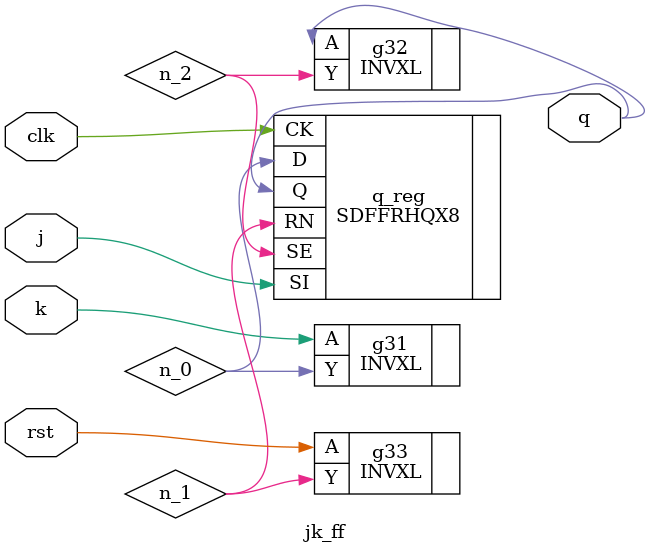
<source format=v>


// Verification Directory fv/jk_ff 

module jk_ff(j, k, clk, rst, q);
  input j, k, clk, rst;
  output q;
  wire j, k, clk, rst;
  wire q;
  wire n_0, n_1, n_2;
  SDFFRHQX8 q_reg(.RN (n_1), .CK (clk), .D (n_0), .SE (n_2), .SI (j), .Q (q));
  INVXL g32(.A (q), .Y (n_2));
  INVXL g33(.A (rst), .Y (n_1));
  INVXL g31(.A (k), .Y (n_0));
endmodule


</source>
